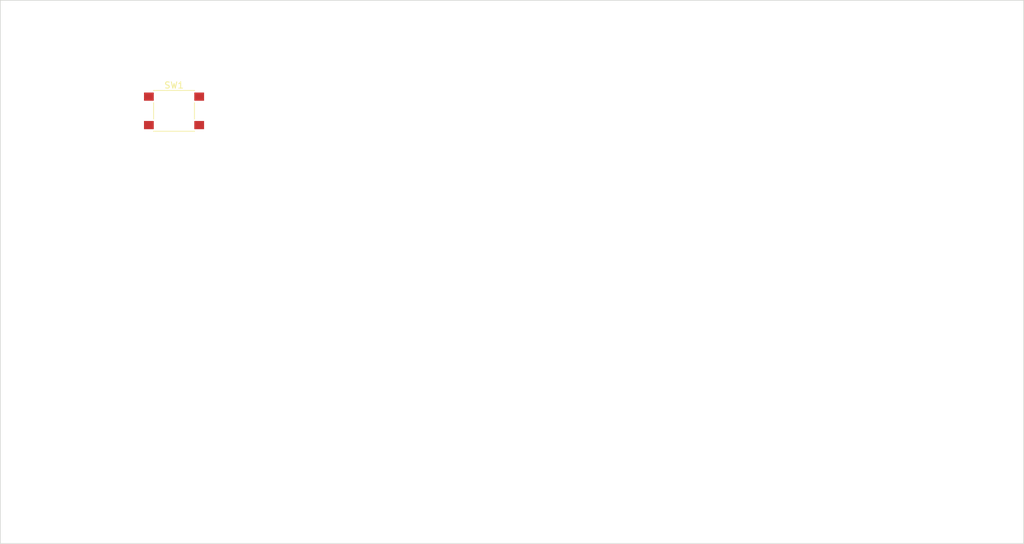
<source format=kicad_pcb>
(kicad_pcb (version 20221018) (generator pcbnew)
  (title_block (comment 4 "AISLER Project ID: TQNKTLXH"))
  (layers (0 "F.Cu" signal) (31 "B.Cu" signal) (34 "B.Paste" user) (35 "F.Paste" user) (36 "B.SilkS" user "B.Silkscreen") (37 "F.SilkS" user "F.Silkscreen") (38 "B.Mask" user) (39 "F.Mask" user) (44 "Edge.Cuts" user))
  (net 0 "")
  (footprint "Button_Switch_SMD:SW_SPST_PTS645" (layer "F.Cu") (at 77.5 67.5)
    (fp_text reference "SW1" (at 0 -4.05) (layer "F.SilkS"))
    (fp_text value "SW_MEC_5E")
    (fp_line (start -3.23 -3.23) (end 3.23 -3.23) (stroke (width 0.12)) (layer "F.SilkS"))
    (fp_line (start -3.23 -3.2) (end -3.23 -3.23) (stroke (width 0.12)) (layer "F.SilkS"))
    (fp_line (start -3.23 -1.3) (end -3.23 1.3) (stroke (width 0.12)) (layer "F.SilkS"))
    (fp_line (start -3.23 3.23) (end -3.23 3.2) (stroke (width 0.12)) (layer "F.SilkS"))
    (fp_line (start -3.23 3.23) (end 3.23 3.23) (stroke (width 0.12)) (layer "F.SilkS"))
    (fp_line (start 3.23 -3.23) (end 3.23 -3.2) (stroke (width 0.12)) (layer "F.SilkS"))
    (fp_line (start 3.23 -1.3) (end 3.23 1.3) (stroke (width 0.12)) (layer "F.SilkS"))
    (fp_line (start 3.23 3.23) (end 3.23 3.2) (stroke (width 0.12)) (layer "F.SilkS"))
    (pad "1" smd rect (at -3.98 -2.25) (size 1.55 1.3) (layers "F.Cu" "F.Paste" "F.Mask"))
    (pad "1" smd rect (at 3.98 -2.25) (size 1.55 1.3) (layers "F.Cu" "F.Paste" "F.Mask"))
    (pad "2" smd rect (at -3.98 2.25) (size 1.55 1.3) (layers "F.Cu" "F.Paste" "F.Mask"))
    (pad "2" smd rect (at 3.98 2.25) (size 1.55 1.3) (layers "F.Cu" "F.Paste" "F.Mask"))
  )
  (gr_rect (start 50 50) (end 212.003516 135.992966) (stroke (width 0.1)) (fill none) (layer "Edge.Cuts"))
)
</source>
